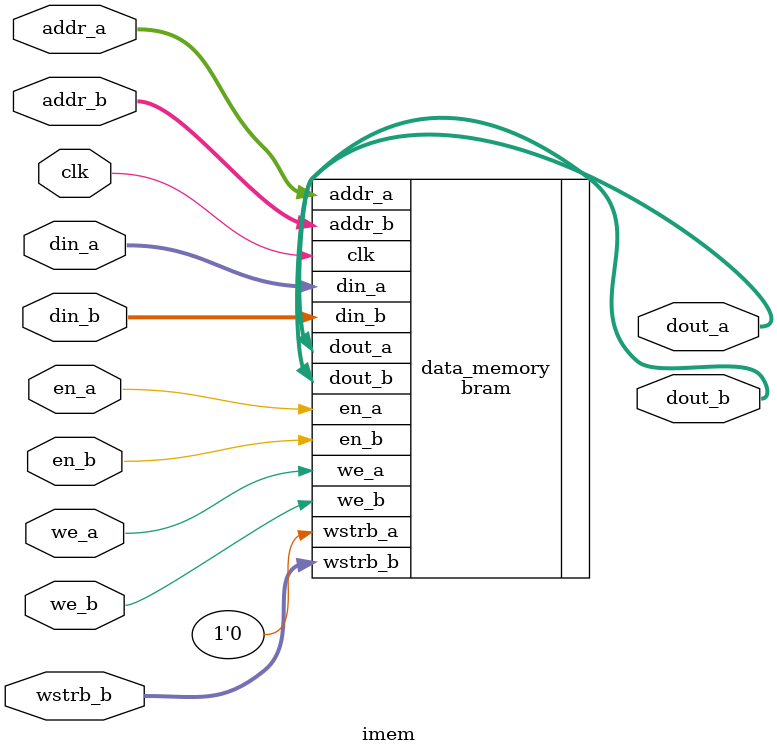
<source format=sv>
module imem #(
    parameter int ADDR_WIDTH = 10,
    parameter int DATA_WIDTH = 32
)(
    input  logic                     clk,
    // Port A (core)
    input  logic                     en_a,
    input  logic                     we_a,
    input  logic [ADDR_WIDTH-1:0]    addr_a,
    input  logic [DATA_WIDTH-1:0]    din_a,
    output logic [DATA_WIDTH-1:0]    dout_a,

    // Port B (debug/DMA)
    input  logic                     en_b,
    input  logic                     we_b,
    input  logic [(DATA_WIDTH/8)-1:0] wstrb_b,
    input  logic [ADDR_WIDTH-1:0]    addr_b,
    input  logic [DATA_WIDTH-1:0]    din_b,
    output logic [DATA_WIDTH-1:0]    dout_b
);

    bram #(
        .ADDR_WIDTH(ADDR_WIDTH),
        .DATA_WIDTH(DATA_WIDTH)
    ) data_memory (
        .clk(clk),
        .en_a(en_a),
        .we_a(we_a),
        .wstrb_a('0),
        .addr_a(addr_a),
        .din_a(din_a),
        .dout_a(dout_a),
        .en_b(en_b),
        .we_b(we_b),
        .wstrb_b(wstrb_b),
        .addr_b(addr_b),
        .din_b(din_b),
        .dout_b(dout_b)
    );

endmodule

</source>
